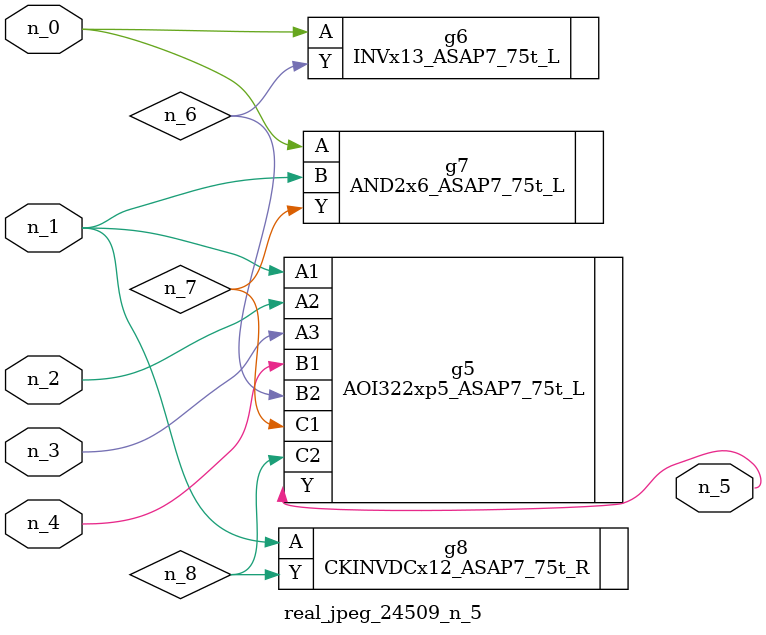
<source format=v>
module real_jpeg_24509_n_5 (n_4, n_0, n_1, n_2, n_3, n_5);

input n_4;
input n_0;
input n_1;
input n_2;
input n_3;

output n_5;

wire n_8;
wire n_6;
wire n_7;

INVx13_ASAP7_75t_L g6 ( 
.A(n_0),
.Y(n_6)
);

AND2x6_ASAP7_75t_L g7 ( 
.A(n_0),
.B(n_1),
.Y(n_7)
);

AOI322xp5_ASAP7_75t_L g5 ( 
.A1(n_1),
.A2(n_2),
.A3(n_3),
.B1(n_4),
.B2(n_6),
.C1(n_7),
.C2(n_8),
.Y(n_5)
);

CKINVDCx12_ASAP7_75t_R g8 ( 
.A(n_1),
.Y(n_8)
);


endmodule
</source>
